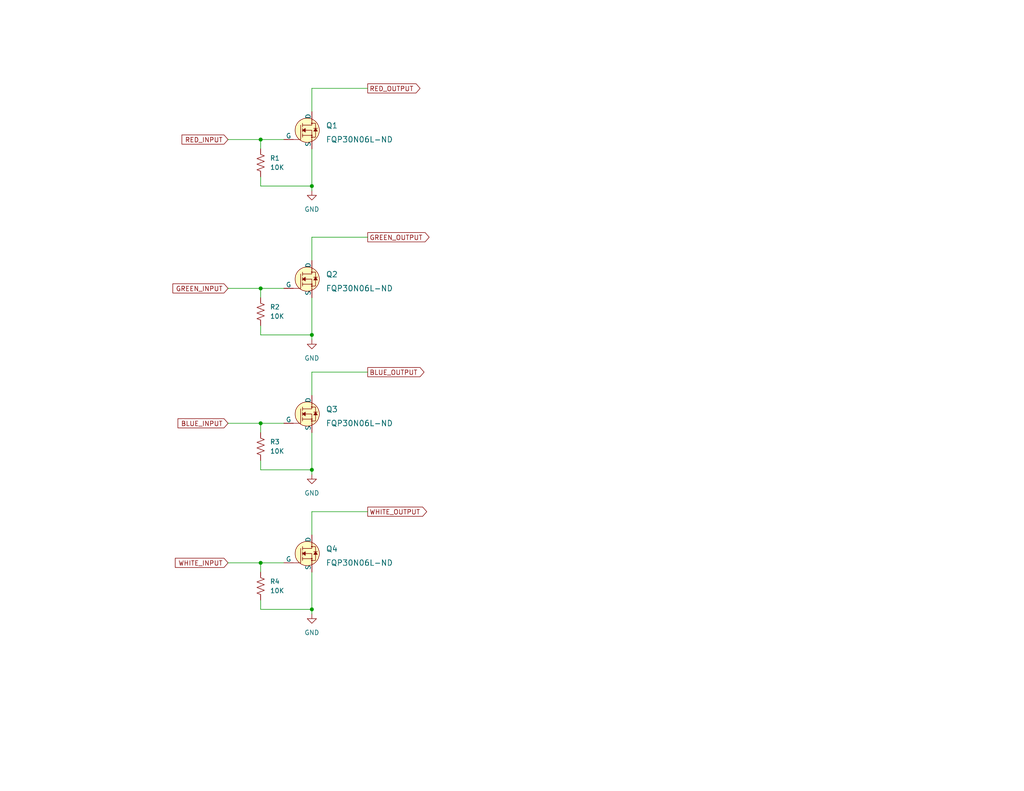
<source format=kicad_sch>
(kicad_sch (version 20211123) (generator eeschema)
  (paper "USLetter")
  (title_block (title "DMX Lights"))
  (lib_symbols
    (symbol "Device:R_US" (pin_numbers hide) (pin_names (offset 0))
      (property "Reference" "R" (at 2.54 0 90))
      (property "Value" "R_US" (at -2.54 0 90))
      (symbol "R_US_0_1"
        (polyline (pts (xy 0 -2.286) (xy 0 -2.54)))
        (polyline (pts (xy 0 2.286) (xy 0 2.54)))
        (polyline (pts (xy 0 -0.762) (xy 1.016 -1.143) (xy 0 -1.524) (xy -1.016 -1.905) (xy 0 -2.286)))
        (polyline (pts (xy 0 0.762) (xy 1.016 0.381) (xy 0 0) (xy -1.016 -0.381) (xy 0 -0.762)))
        (polyline (pts (xy 0 2.286) (xy 1.016 1.905) (xy 0 1.524) (xy -1.016 1.143) (xy 0 0.762)))
      )
      (symbol "R_US_1_1"
        (pin passive line (at 0 3.81 270) (length 1.27) (name "~") (number "1"))
        (pin passive line (at 0 -3.81 90) (length 1.27) (name "~") (number "2"))
      )
    )
    (symbol "FQP30N06L-ND:FQP30N06L-ND" (pin_numbers hide) (pin_names (offset 0))
      (property "Reference" "Q" (at -2.6924 3.6322 0))
      (property "Value" "FQP30N06L-ND" (at 3.4544 0 90))
      (symbol "FQP30N06L-ND_0_1"
        (circle (center -1.27 0) (radius 3.302) (fill (type background)))
        (circle (center 0 -1.905) (radius 0.127))
        (circle (center 0 -1.397) (radius 0.127))
        (polyline (pts (xy 0 -1.397) (xy -2.54 -1.397)))
        (polyline (pts (xy -5.08 -2.54) (xy -3.048 -2.54) (xy -3.048 1.397)))
        (polyline (pts (xy 0 -2.54) (xy 0 0) (xy -2.54 0)))
        (polyline (pts (xy 0 2.54) (xy 0 1.397) (xy -2.54 1.397)))
        (polyline (pts (xy -0.127 -1.905) (xy 1.016 -1.905) (xy 1.016 1.397) (xy 1.016 1.905) (xy -0.127 1.905)))
        (circle (center 0 1.905) (radius 0.127))
      )
      (symbol "FQP30N06L-ND_1_1"
        (polyline (pts (xy -2.54 -1.397) (xy -2.54 -1.905)))
        (polyline (pts (xy -2.54 -1.397) (xy -2.54 -0.889)))
        (polyline (pts (xy -2.54 0) (xy -2.54 -0.508)))
        (polyline (pts (xy -2.54 0) (xy -2.54 0.508)))
        (polyline (pts (xy -2.54 1.905) (xy -2.54 0.889)))
        (polyline (pts (xy 1.524 0.508) (xy 0.508 0.508)))
        (polyline (pts (xy -2.54 0) (xy -1.778 0.508) (xy -1.778 -0.508) (xy -2.54 0)) (fill (type outline)))
        (polyline (pts (xy 1.016 0.508) (xy 0.508 -0.254) (xy 1.524 -0.254) (xy 1.016 0.508)) (fill (type outline)))
        (pin bidirectional line (at -7.62 -2.54 0) (length 2.54) (name "G") (number "1"))
        (pin bidirectional line (at 0 5.08 270) (length 2.54) (name "D") (number "2"))
        (pin bidirectional line (at 0 -5.08 90) (length 2.54) (name "S") (number "3"))
      )
    )
    (symbol "power:GND" (power) (pin_names (offset 0))
      (property "Value" "GND" (at 0 -3.81 0))
      (symbol "GND_0_1"
        (polyline (pts (xy 0 0) (xy 0 -1.27) (xy 1.27 -1.27) (xy 0 -2.54) (xy -1.27 -1.27) (xy 0 -1.27)))
      )
      (symbol "GND_1_1"
        (pin power_in line (at 0 0 270) (length 0) hide (name "GND") (number "1"))
      )
    )
  )
  (junction (at 85.09 128.27))
  (junction (at 85.09 91.44))
  (junction (at 71.12 115.57))
  (junction (at 71.12 78.74))
  (junction (at 85.09 50.8))
  (junction (at 85.09 166.37))
  (junction (at 71.12 38.1))
  (junction (at 71.12 153.67))
  (wire (pts (xy 85.09 71.12) (xy 85.09 64.77)))
  (wire (pts (xy 85.09 91.44) (xy 85.09 92.71)))
  (wire (pts (xy 85.09 40.64) (xy 85.09 50.8)))
  (wire (pts (xy 71.12 153.67) (xy 77.47 153.67)))
  (wire (pts (xy 85.09 81.28) (xy 85.09 91.44)))
  (wire (pts (xy 85.09 30.48) (xy 85.09 24.13)))
  (wire (pts (xy 85.09 118.11) (xy 85.09 128.27)))
  (wire (pts (xy 85.09 166.37) (xy 85.09 167.64)))
  (wire (pts (xy 71.12 78.74) (xy 71.12 81.28)))
  (wire (pts (xy 85.09 139.7) (xy 100.33 139.7)))
  (wire (pts (xy 71.12 166.37) (xy 85.09 166.37)))
  (wire (pts (xy 62.23 115.57) (xy 71.12 115.57)))
  (wire (pts (xy 85.09 50.8) (xy 85.09 52.07)))
  (wire (pts (xy 85.09 101.6) (xy 100.33 101.6)))
  (wire (pts (xy 71.12 153.67) (xy 71.12 156.21)))
  (wire (pts (xy 71.12 115.57) (xy 77.47 115.57)))
  (wire (pts (xy 85.09 64.77) (xy 100.33 64.77)))
  (wire (pts (xy 71.12 163.83) (xy 71.12 166.37)))
  (wire (pts (xy 71.12 128.27) (xy 85.09 128.27)))
  (wire (pts (xy 71.12 115.57) (xy 71.12 118.11)))
  (wire (pts (xy 71.12 38.1) (xy 71.12 40.64)))
  (wire (pts (xy 71.12 38.1) (xy 77.47 38.1)))
  (wire (pts (xy 62.23 38.1) (xy 71.12 38.1)))
  (wire (pts (xy 71.12 48.26) (xy 71.12 50.8)))
  (wire (pts (xy 71.12 125.73) (xy 71.12 128.27)))
  (wire (pts (xy 62.23 78.74) (xy 71.12 78.74)))
  (wire (pts (xy 71.12 78.74) (xy 77.47 78.74)))
  (wire (pts (xy 85.09 156.21) (xy 85.09 166.37)))
  (wire (pts (xy 85.09 128.27) (xy 85.09 129.54)))
  (wire (pts (xy 85.09 146.05) (xy 85.09 139.7)))
  (wire (pts (xy 62.23 153.67) (xy 71.12 153.67)))
  (wire (pts (xy 85.09 24.13) (xy 100.33 24.13)))
  (wire (pts (xy 71.12 91.44) (xy 85.09 91.44)))
  (wire (pts (xy 71.12 50.8) (xy 85.09 50.8)))
  (wire (pts (xy 71.12 88.9) (xy 71.12 91.44)))
  (wire (pts (xy 85.09 107.95) (xy 85.09 101.6)))
  (global_label "WHITE_INPUT" (shape input) (at 62.23 153.67 180) (property "Intersheet References" "${INTERSHEET_REFS}" (effects hide)))
  (global_label "RED_OUTPUT" (shape output) (at 100.33 24.13 0) (property "Intersheet References" "${INTERSHEET_REFS}" (effects hide)))
  (global_label "GREEN_OUTPUT" (shape output) (at 100.33 64.77 0) (property "Intersheet References" "${INTERSHEET_REFS}" (effects hide)))
  (global_label "GREEN_INPUT" (shape input) (at 62.23 78.74 180) (property "Intersheet References" "${INTERSHEET_REFS}" (effects hide)))
  (global_label "RED_INPUT" (shape input) (at 62.23 38.1 180) (property "Intersheet References" "${INTERSHEET_REFS}" (effects hide)))
  (global_label "WHITE_OUTPUT" (shape output) (at 100.33 139.7 0) (property "Intersheet References" "${INTERSHEET_REFS}" (effects hide)))
  (global_label "BLUE_OUTPUT" (shape output) (at 100.33 101.6 0) (property "Intersheet References" "${INTERSHEET_REFS}" (effects hide)))
  (global_label "BLUE_INPUT" (shape input) (at 62.23 115.57 180) (property "Intersheet References" "${INTERSHEET_REFS}" (effects hide)))
  (symbol (lib_id "power:GND") (at 85.09 52.07 0) (unit 1)
    (property "Reference" "#PWR01" (effects hide))
    (property "Value" "GND" (at 85.09 57.15 0))
  )
  (symbol (lib_id "FQP30N06L-ND:FQP30N06L-ND") (at 85.09 113.03 0) (unit 1)
    (property "Reference" "Q3" (at 88.9 111.76 0) (effects (font (size 1.524 1.524)) (justify left)))
    (property "Value" "FQP30N06L-ND" (at 88.9 115.57 0) (effects (font (size 1.524 1.524)) (justify left)))
    (property "Footprint" "Package_TO_SOT_THT:TO-220-3_Vertical" (effects hide))
  )
  (symbol (lib_id "FQP30N06L-ND:FQP30N06L-ND") (at 85.09 151.13 0) (unit 1)
    (property "Reference" "Q4" (at 88.9 149.86 0) (effects (font (size 1.524 1.524)) (justify left)))
    (property "Value" "FQP30N06L-ND" (at 88.9 153.67 0) (effects (font (size 1.524 1.524)) (justify left)))
    (property "Footprint" "Package_TO_SOT_THT:TO-220-3_Vertical" (effects hide))
  )
  (symbol (lib_id "FQP30N06L-ND:FQP30N06L-ND") (at 85.09 76.2 0) (unit 1)
    (property "Reference" "Q2" (at 88.9 74.93 0) (effects (font (size 1.524 1.524)) (justify left)))
    (property "Value" "FQP30N06L-ND" (at 88.9 78.74 0) (effects (font (size 1.524 1.524)) (justify left)))
    (property "Footprint" "Package_TO_SOT_THT:TO-220-3_Vertical" (effects hide))
  )
  (symbol (lib_id "Device:R_US") (at 71.12 44.45 0) (unit 1)
    (property "Reference" "R1" (at 73.66 43.1799 0) (effects (justify left)))
    (property "Value" "10K" (at 73.66 45.7199 0) (effects (justify left)))
    (property "Footprint" "Resistor_SMD:R_1206_3216Metric" (effects hide))
  )
  (symbol (lib_id "power:GND") (at 85.09 92.71 0) (unit 1)
    (property "Reference" "#PWR02" (effects hide))
    (property "Value" "GND" (at 85.09 97.79 0))
  )
  (symbol (lib_id "power:GND") (at 85.09 129.54 0) (unit 1)
    (property "Reference" "#PWR03" (effects hide))
    (property "Value" "GND" (at 85.09 134.62 0))
  )
  (symbol (lib_id "Device:R_US") (at 71.12 121.92 0) (unit 1)
    (property "Reference" "R3" (at 73.66 120.6499 0) (effects (justify left)))
    (property "Value" "10K" (at 73.66 123.1899 0) (effects (justify left)))
    (property "Footprint" "Resistor_SMD:R_1206_3216Metric" (effects hide))
  )
  (symbol (lib_id "Device:R_US") (at 71.12 160.02 0) (unit 1)
    (property "Reference" "R4" (at 73.66 158.7499 0) (effects (justify left)))
    (property "Value" "10K" (at 73.66 161.2899 0) (effects (justify left)))
    (property "Footprint" "Resistor_SMD:R_1206_3216Metric" (effects hide))
  )
  (symbol (lib_id "Device:R_US") (at 71.12 85.09 0) (unit 1)
    (property "Reference" "R2" (at 73.66 83.8199 0) (effects (justify left)))
    (property "Value" "10K" (at 73.66 86.3599 0) (effects (justify left)))
    (property "Footprint" "Resistor_SMD:R_1206_3216Metric" (effects hide))
  )
  (symbol (lib_id "FQP30N06L-ND:FQP30N06L-ND") (at 85.09 35.56 0) (unit 1)
    (property "Reference" "Q1" (at 88.9 34.29 0) (effects (font (size 1.524 1.524)) (justify left)))
    (property "Value" "FQP30N06L-ND" (at 88.9 38.1 0) (effects (font (size 1.524 1.524)) (justify left)))
    (property "Footprint" "Package_TO_SOT_THT:TO-220-3_Vertical" (effects hide))
  )
  (symbol (lib_id "power:GND") (at 85.09 167.64 0) (unit 1)
    (property "Reference" "#PWR04" (effects hide))
    (property "Value" "GND" (at 85.09 172.72 0))
  )
  (sheet (at 300.99 3.81) (size 17.78 11.43) (stroke (width 0.1524))
    (property "Sheet name" "Connectors" (at 300.99 3.0984 0) (effects (justify left bottom)))
    (property "Sheet file" "connectors.kicad_sch" (at 300.99 15.8246 0) (effects (justify left top)))
  )
  (sheet (at 300.99 30.48) (size 20.32 15.24) (stroke (width 0.1524))
    (property "Sheet name" "Indicators" (at 300.99 29.7684 0) (effects (justify left bottom)))
    (property "Sheet file" "indicators.kicad_sch" (at 300.99 46.3046 0) (effects (justify left top)))
  )
)
</source>
